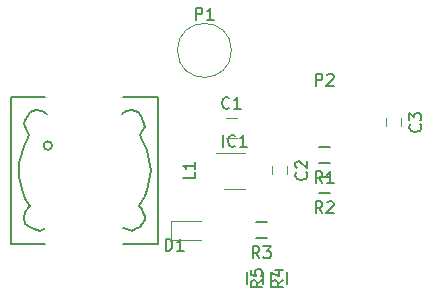
<source format=gbr>
G04 #@! TF.FileFunction,Legend,Top*
%FSLAX46Y46*%
G04 Gerber Fmt 4.6, Leading zero omitted, Abs format (unit mm)*
G04 Created by KiCad (PCBNEW 4.0.5-e0-6337~49~ubuntu16.04.1) date Fri Feb 17 15:09:23 2017*
%MOMM*%
%LPD*%
G01*
G04 APERTURE LIST*
%ADD10C,0.100000*%
%ADD11C,0.120000*%
%ADD12C,0.150000*%
G04 APERTURE END LIST*
D10*
D11*
X167732000Y-99726000D02*
X167732000Y-100426000D01*
X166532000Y-100426000D02*
X166532000Y-99726000D01*
X153916000Y-99734000D02*
X152916000Y-99734000D01*
X152916000Y-101434000D02*
X153916000Y-101434000D01*
X158080000Y-103790000D02*
X158080000Y-104490000D01*
X156880000Y-104490000D02*
X156880000Y-103790000D01*
X148260000Y-108420000D02*
X148260000Y-110020000D01*
X148260000Y-110020000D02*
X150860000Y-110020000D01*
X148260000Y-108420000D02*
X150860000Y-108420000D01*
X152790000Y-105700000D02*
X154550000Y-105700000D01*
X154550000Y-102630000D02*
X152120000Y-102630000D01*
D12*
X138226818Y-102039420D02*
G75*
G03X138226818Y-102039420I-355618J0D01*
G01*
X137670540Y-109039660D02*
X137568940Y-109141260D01*
X137568940Y-109141260D02*
X137170160Y-109240320D01*
X137170160Y-109240320D02*
X136669780Y-109141260D01*
X136669780Y-109141260D02*
X136370060Y-108940600D01*
X136370060Y-108940600D02*
X135968740Y-108640880D01*
X135968740Y-108640880D02*
X135869680Y-108140500D01*
X135869680Y-108140500D02*
X135968740Y-107640120D01*
X135968740Y-107640120D02*
X136271000Y-107238800D01*
X136271000Y-107238800D02*
X136370060Y-107139740D01*
X136370060Y-107139740D02*
X135968740Y-106540300D01*
X135968740Y-106540300D02*
X135669020Y-105740200D01*
X135669020Y-105740200D02*
X135470900Y-104739440D01*
X135470900Y-104739440D02*
X135470900Y-103540560D01*
X135470900Y-103540560D02*
X135669020Y-102638860D01*
X135669020Y-102638860D02*
X135869680Y-102039420D01*
X135869680Y-102039420D02*
X136070340Y-101539040D01*
X136070340Y-101539040D02*
X136271000Y-101140260D01*
X136271000Y-101140260D02*
X136070340Y-100840540D01*
X136070340Y-100840540D02*
X135869680Y-100241100D01*
X135869680Y-100241100D02*
X135968740Y-99839780D01*
X135968740Y-99839780D02*
X136169400Y-99540060D01*
X136169400Y-99540060D02*
X136370060Y-99240340D01*
X136370060Y-99240340D02*
X136870440Y-99039680D01*
X136870440Y-99039680D02*
X137370820Y-99138740D01*
X137370820Y-99138740D02*
X137769600Y-99339400D01*
X144269460Y-109039660D02*
X144569180Y-109141260D01*
X144569180Y-109141260D02*
X144970500Y-109240320D01*
X144970500Y-109240320D02*
X145270220Y-109141260D01*
X145270220Y-109141260D02*
X145669000Y-108940600D01*
X145669000Y-108940600D02*
X145869660Y-108640880D01*
X145869660Y-108640880D02*
X146070320Y-108341160D01*
X146070320Y-108341160D02*
X146070320Y-108038900D01*
X146070320Y-108038900D02*
X145971260Y-107739180D01*
X145971260Y-107739180D02*
X145869660Y-107439460D01*
X145869660Y-107439460D02*
X145569940Y-107139740D01*
X145569940Y-107139740D02*
X145869660Y-106740960D01*
X145869660Y-106740960D02*
X146070320Y-106339640D01*
X146070320Y-106339640D02*
X146270980Y-105839260D01*
X146270980Y-105839260D02*
X146469100Y-105039160D01*
X146469100Y-105039160D02*
X146570700Y-104140000D01*
X146570700Y-104140000D02*
X146469100Y-103339900D01*
X146469100Y-103339900D02*
X146270980Y-102440740D01*
X146270980Y-102440740D02*
X145869660Y-101539040D01*
X145869660Y-101539040D02*
X145669000Y-101140260D01*
X145669000Y-101140260D02*
X145869660Y-100840540D01*
X145869660Y-100840540D02*
X146070320Y-100439220D01*
X146070320Y-100439220D02*
X145971260Y-99938840D01*
X145971260Y-99938840D02*
X145770600Y-99540060D01*
X145770600Y-99540060D02*
X145470880Y-99240340D01*
X145470880Y-99240340D02*
X144970500Y-99039680D01*
X144970500Y-99039680D02*
X144470120Y-99138740D01*
X144470120Y-99138740D02*
X144170400Y-99339400D01*
X137670540Y-97939860D02*
X134769860Y-97939860D01*
X134769860Y-97939860D02*
X134769860Y-110340140D01*
X134769860Y-110340140D02*
X137670540Y-110340140D01*
X147170140Y-110340140D02*
X147170140Y-97939860D01*
X147170140Y-97939860D02*
X144269460Y-97939860D01*
X147170140Y-110340140D02*
X144269460Y-110340140D01*
D11*
X153416000Y-93980000D02*
G75*
G03X153416000Y-93980000I-2286000J0D01*
G01*
D12*
X160790000Y-102195000D02*
X161790000Y-102195000D01*
X161790000Y-103545000D02*
X160790000Y-103545000D01*
X160790000Y-104735000D02*
X161790000Y-104735000D01*
X161790000Y-106085000D02*
X160790000Y-106085000D01*
X155456000Y-108545000D02*
X156456000Y-108545000D01*
X156456000Y-109895000D02*
X155456000Y-109895000D01*
X154773000Y-113784000D02*
X154773000Y-112784000D01*
X156123000Y-112784000D02*
X156123000Y-113784000D01*
X158155000Y-112784000D02*
X158155000Y-113784000D01*
X156805000Y-113784000D02*
X156805000Y-112784000D01*
X169389143Y-100242666D02*
X169436762Y-100290285D01*
X169484381Y-100433142D01*
X169484381Y-100528380D01*
X169436762Y-100671238D01*
X169341524Y-100766476D01*
X169246286Y-100814095D01*
X169055810Y-100861714D01*
X168912952Y-100861714D01*
X168722476Y-100814095D01*
X168627238Y-100766476D01*
X168532000Y-100671238D01*
X168484381Y-100528380D01*
X168484381Y-100433142D01*
X168532000Y-100290285D01*
X168579619Y-100242666D01*
X168484381Y-99909333D02*
X168484381Y-99290285D01*
X168865333Y-99623619D01*
X168865333Y-99480761D01*
X168912952Y-99385523D01*
X168960571Y-99337904D01*
X169055810Y-99290285D01*
X169293905Y-99290285D01*
X169389143Y-99337904D01*
X169436762Y-99385523D01*
X169484381Y-99480761D01*
X169484381Y-99766476D01*
X169436762Y-99861714D01*
X169389143Y-99909333D01*
X153249334Y-98841143D02*
X153201715Y-98888762D01*
X153058858Y-98936381D01*
X152963620Y-98936381D01*
X152820762Y-98888762D01*
X152725524Y-98793524D01*
X152677905Y-98698286D01*
X152630286Y-98507810D01*
X152630286Y-98364952D01*
X152677905Y-98174476D01*
X152725524Y-98079238D01*
X152820762Y-97984000D01*
X152963620Y-97936381D01*
X153058858Y-97936381D01*
X153201715Y-97984000D01*
X153249334Y-98031619D01*
X154201715Y-98936381D02*
X153630286Y-98936381D01*
X153916000Y-98936381D02*
X153916000Y-97936381D01*
X153820762Y-98079238D01*
X153725524Y-98174476D01*
X153630286Y-98222095D01*
X159737143Y-104306666D02*
X159784762Y-104354285D01*
X159832381Y-104497142D01*
X159832381Y-104592380D01*
X159784762Y-104735238D01*
X159689524Y-104830476D01*
X159594286Y-104878095D01*
X159403810Y-104925714D01*
X159260952Y-104925714D01*
X159070476Y-104878095D01*
X158975238Y-104830476D01*
X158880000Y-104735238D01*
X158832381Y-104592380D01*
X158832381Y-104497142D01*
X158880000Y-104354285D01*
X158927619Y-104306666D01*
X158927619Y-103925714D02*
X158880000Y-103878095D01*
X158832381Y-103782857D01*
X158832381Y-103544761D01*
X158880000Y-103449523D01*
X158927619Y-103401904D01*
X159022857Y-103354285D01*
X159118095Y-103354285D01*
X159260952Y-103401904D01*
X159832381Y-103973333D01*
X159832381Y-103354285D01*
X147851905Y-110942381D02*
X147851905Y-109942381D01*
X148090000Y-109942381D01*
X148232858Y-109990000D01*
X148328096Y-110085238D01*
X148375715Y-110180476D01*
X148423334Y-110370952D01*
X148423334Y-110513810D01*
X148375715Y-110704286D01*
X148328096Y-110799524D01*
X148232858Y-110894762D01*
X148090000Y-110942381D01*
X147851905Y-110942381D01*
X149375715Y-110942381D02*
X148804286Y-110942381D01*
X149090000Y-110942381D02*
X149090000Y-109942381D01*
X148994762Y-110085238D01*
X148899524Y-110180476D01*
X148804286Y-110228095D01*
X152693810Y-102142381D02*
X152693810Y-101142381D01*
X153741429Y-102047143D02*
X153693810Y-102094762D01*
X153550953Y-102142381D01*
X153455715Y-102142381D01*
X153312857Y-102094762D01*
X153217619Y-101999524D01*
X153170000Y-101904286D01*
X153122381Y-101713810D01*
X153122381Y-101570952D01*
X153170000Y-101380476D01*
X153217619Y-101285238D01*
X153312857Y-101190000D01*
X153455715Y-101142381D01*
X153550953Y-101142381D01*
X153693810Y-101190000D01*
X153741429Y-101237619D01*
X154693810Y-102142381D02*
X154122381Y-102142381D01*
X154408095Y-102142381D02*
X154408095Y-101142381D01*
X154312857Y-101285238D01*
X154217619Y-101380476D01*
X154122381Y-101428095D01*
X150312381Y-104306666D02*
X150312381Y-104782857D01*
X149312381Y-104782857D01*
X150312381Y-103449523D02*
X150312381Y-104020952D01*
X150312381Y-103735238D02*
X149312381Y-103735238D01*
X149455238Y-103830476D01*
X149550476Y-103925714D01*
X149598095Y-104020952D01*
X150391905Y-91384381D02*
X150391905Y-90384381D01*
X150772858Y-90384381D01*
X150868096Y-90432000D01*
X150915715Y-90479619D01*
X150963334Y-90574857D01*
X150963334Y-90717714D01*
X150915715Y-90812952D01*
X150868096Y-90860571D01*
X150772858Y-90908190D01*
X150391905Y-90908190D01*
X151915715Y-91384381D02*
X151344286Y-91384381D01*
X151630000Y-91384381D02*
X151630000Y-90384381D01*
X151534762Y-90527238D01*
X151439524Y-90622476D01*
X151344286Y-90670095D01*
X161123334Y-105222381D02*
X160790000Y-104746190D01*
X160551905Y-105222381D02*
X160551905Y-104222381D01*
X160932858Y-104222381D01*
X161028096Y-104270000D01*
X161075715Y-104317619D01*
X161123334Y-104412857D01*
X161123334Y-104555714D01*
X161075715Y-104650952D01*
X161028096Y-104698571D01*
X160932858Y-104746190D01*
X160551905Y-104746190D01*
X162075715Y-105222381D02*
X161504286Y-105222381D01*
X161790000Y-105222381D02*
X161790000Y-104222381D01*
X161694762Y-104365238D01*
X161599524Y-104460476D01*
X161504286Y-104508095D01*
X161123334Y-107762381D02*
X160790000Y-107286190D01*
X160551905Y-107762381D02*
X160551905Y-106762381D01*
X160932858Y-106762381D01*
X161028096Y-106810000D01*
X161075715Y-106857619D01*
X161123334Y-106952857D01*
X161123334Y-107095714D01*
X161075715Y-107190952D01*
X161028096Y-107238571D01*
X160932858Y-107286190D01*
X160551905Y-107286190D01*
X161504286Y-106857619D02*
X161551905Y-106810000D01*
X161647143Y-106762381D01*
X161885239Y-106762381D01*
X161980477Y-106810000D01*
X162028096Y-106857619D01*
X162075715Y-106952857D01*
X162075715Y-107048095D01*
X162028096Y-107190952D01*
X161456667Y-107762381D01*
X162075715Y-107762381D01*
X155789334Y-111572381D02*
X155456000Y-111096190D01*
X155217905Y-111572381D02*
X155217905Y-110572381D01*
X155598858Y-110572381D01*
X155694096Y-110620000D01*
X155741715Y-110667619D01*
X155789334Y-110762857D01*
X155789334Y-110905714D01*
X155741715Y-111000952D01*
X155694096Y-111048571D01*
X155598858Y-111096190D01*
X155217905Y-111096190D01*
X156122667Y-110572381D02*
X156741715Y-110572381D01*
X156408381Y-110953333D01*
X156551239Y-110953333D01*
X156646477Y-111000952D01*
X156694096Y-111048571D01*
X156741715Y-111143810D01*
X156741715Y-111381905D01*
X156694096Y-111477143D01*
X156646477Y-111524762D01*
X156551239Y-111572381D01*
X156265524Y-111572381D01*
X156170286Y-111524762D01*
X156122667Y-111477143D01*
X157800381Y-113450666D02*
X157324190Y-113784000D01*
X157800381Y-114022095D02*
X156800381Y-114022095D01*
X156800381Y-113641142D01*
X156848000Y-113545904D01*
X156895619Y-113498285D01*
X156990857Y-113450666D01*
X157133714Y-113450666D01*
X157228952Y-113498285D01*
X157276571Y-113545904D01*
X157324190Y-113641142D01*
X157324190Y-114022095D01*
X157133714Y-112593523D02*
X157800381Y-112593523D01*
X156752762Y-112831619D02*
X157467048Y-113069714D01*
X157467048Y-112450666D01*
X156032381Y-113450666D02*
X155556190Y-113784000D01*
X156032381Y-114022095D02*
X155032381Y-114022095D01*
X155032381Y-113641142D01*
X155080000Y-113545904D01*
X155127619Y-113498285D01*
X155222857Y-113450666D01*
X155365714Y-113450666D01*
X155460952Y-113498285D01*
X155508571Y-113545904D01*
X155556190Y-113641142D01*
X155556190Y-114022095D01*
X155032381Y-112545904D02*
X155032381Y-113022095D01*
X155508571Y-113069714D01*
X155460952Y-113022095D01*
X155413333Y-112926857D01*
X155413333Y-112688761D01*
X155460952Y-112593523D01*
X155508571Y-112545904D01*
X155603810Y-112498285D01*
X155841905Y-112498285D01*
X155937143Y-112545904D01*
X155984762Y-112593523D01*
X156032381Y-112688761D01*
X156032381Y-112926857D01*
X155984762Y-113022095D01*
X155937143Y-113069714D01*
X160551905Y-96972381D02*
X160551905Y-95972381D01*
X160932858Y-95972381D01*
X161028096Y-96020000D01*
X161075715Y-96067619D01*
X161123334Y-96162857D01*
X161123334Y-96305714D01*
X161075715Y-96400952D01*
X161028096Y-96448571D01*
X160932858Y-96496190D01*
X160551905Y-96496190D01*
X161504286Y-96067619D02*
X161551905Y-96020000D01*
X161647143Y-95972381D01*
X161885239Y-95972381D01*
X161980477Y-96020000D01*
X162028096Y-96067619D01*
X162075715Y-96162857D01*
X162075715Y-96258095D01*
X162028096Y-96400952D01*
X161456667Y-96972381D01*
X162075715Y-96972381D01*
M02*

</source>
